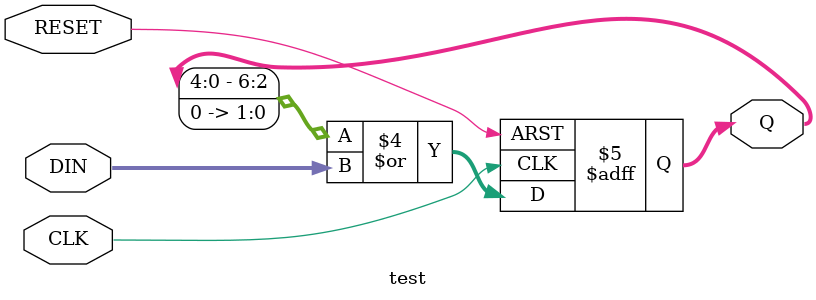
<source format=v>
module test(
    input CLK,
    input RESET,
    input [1:0] DIN,
    output reg [6:0] Q
);
    always @(posedge CLK or negedge RESET)
        if (!RESET)
            Q <= 7'h00;
        else
            Q <= (Q << 2) | DIN;
endmodule
</source>
